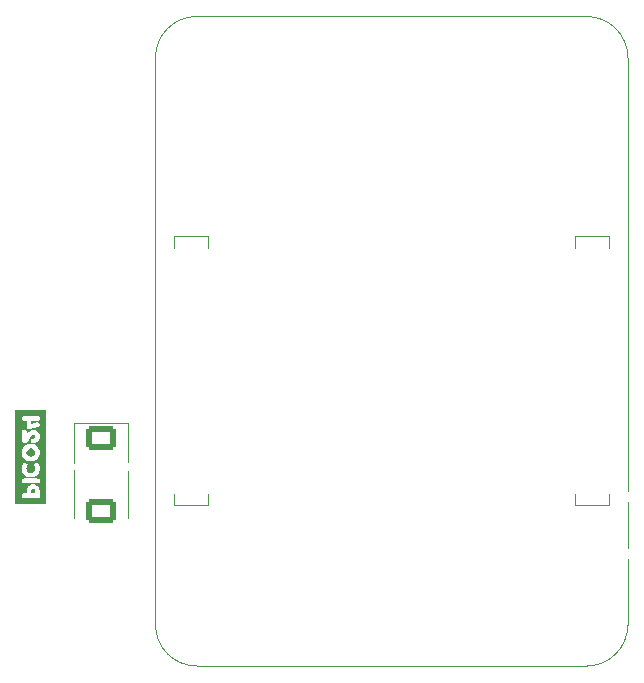
<source format=gbr>
%TF.GenerationSoftware,KiCad,Pcbnew,8.0.7*%
%TF.CreationDate,2024-12-17T16:27:47+01:00*%
%TF.ProjectId,CM5_MINIMA,434d355f-4d49-44e4-994d-412e6b696361,rev?*%
%TF.SameCoordinates,Original*%
%TF.FileFunction,Legend,Bot*%
%TF.FilePolarity,Positive*%
%FSLAX46Y46*%
G04 Gerber Fmt 4.6, Leading zero omitted, Abs format (unit mm)*
G04 Created by KiCad (PCBNEW 8.0.7) date 2024-12-17 16:27:47*
%MOMM*%
%LPD*%
G01*
G04 APERTURE LIST*
G04 Aperture macros list*
%AMRoundRect*
0 Rectangle with rounded corners*
0 $1 Rounding radius*
0 $2 $3 $4 $5 $6 $7 $8 $9 X,Y pos of 4 corners*
0 Add a 4 corners polygon primitive as box body*
4,1,4,$2,$3,$4,$5,$6,$7,$8,$9,$2,$3,0*
0 Add four circle primitives for the rounded corners*
1,1,$1+$1,$2,$3*
1,1,$1+$1,$4,$5*
1,1,$1+$1,$6,$7*
1,1,$1+$1,$8,$9*
0 Add four rect primitives between the rounded corners*
20,1,$1+$1,$2,$3,$4,$5,0*
20,1,$1+$1,$4,$5,$6,$7,0*
20,1,$1+$1,$6,$7,$8,$9,0*
20,1,$1+$1,$8,$9,$2,$3,0*%
G04 Aperture macros list end*
%ADD10C,0.120000*%
%ADD11C,0.000000*%
%ADD12C,1.400000*%
%ADD13C,0.800000*%
%ADD14C,1.000000*%
%ADD15C,2.600000*%
%ADD16C,3.800000*%
%ADD17C,0.990600*%
%ADD18O,1.800000X0.860000*%
%ADD19O,1.500000X3.300000*%
%ADD20O,1.500000X2.300000*%
%ADD21C,6.100000*%
%ADD22R,0.700000X0.200000*%
%ADD23RoundRect,0.250000X-1.025000X0.787500X-1.025000X-0.787500X1.025000X-0.787500X1.025000X0.787500X0*%
G04 APERTURE END LIST*
D10*
%TO.C,Module301*%
X12450000Y51500000D02*
X12450000Y3500000D01*
X15950000Y0D02*
X48950000Y0D01*
X48010000Y36400000D02*
X50810000Y36400000D01*
X48010000Y35400000D02*
X48010000Y36400000D01*
X48010000Y14600000D02*
X48010000Y13600000D01*
X48010000Y13600000D02*
X50810000Y13600000D01*
X48950000Y55000000D02*
X15950000Y55000000D01*
X50810000Y35400000D02*
X50810000Y36400000D01*
X50810000Y14600000D02*
X50810000Y13600000D01*
X52450000Y3500000D02*
X52450000Y51500000D01*
X12450000Y51500000D02*
G75*
G02*
X15950000Y55000000I3500000J0D01*
G01*
X15950000Y0D02*
G75*
G02*
X12450000Y3500000I0J3500000D01*
G01*
X48950000Y55000000D02*
G75*
G02*
X52450000Y51500000I1J-3499999D01*
G01*
X52450000Y3500000D02*
G75*
G02*
X48950000Y0I-3499999J-1D01*
G01*
%TO.C,C702*%
X5590000Y20610000D02*
X5590000Y12550000D01*
X10110000Y20610000D02*
X5590000Y20610000D01*
X10110000Y12550000D02*
X10110000Y20610000D01*
D11*
%TO.C,kibuzzard-67602DFF*%
G36*
X2213305Y14958584D02*
G01*
X2258369Y14845923D01*
X2258369Y14616309D01*
X1945064Y14616309D01*
X1945064Y14848069D01*
X1983691Y14954292D01*
X2101717Y15004721D01*
X2213305Y14958584D01*
G37*
G36*
X2042436Y18390987D02*
G01*
X2165021Y18313734D01*
X2247908Y18200536D01*
X2275536Y18066953D01*
X2247908Y17931760D01*
X2165021Y17818026D01*
X2042436Y17740773D01*
X1895708Y17715021D01*
X1751931Y17741041D01*
X1629614Y17819099D01*
X1545923Y17932564D01*
X1518026Y18064807D01*
X1545118Y18201341D01*
X1626395Y18314807D01*
X1747908Y18391255D01*
X1895708Y18416738D01*
X2042436Y18390987D01*
G37*
G36*
X3211159Y21176395D02*
G01*
X3211159Y14223605D01*
X3211159Y13687124D01*
X588841Y13687124D01*
X588841Y14223605D01*
X588841Y14418884D01*
X1151073Y14418884D01*
X1166094Y14307296D01*
X1215451Y14247210D01*
X1274464Y14226824D01*
X1348498Y14223605D01*
X2455794Y14223605D01*
X2527682Y14226824D01*
X2586695Y14247210D01*
X2636052Y14307296D01*
X2651073Y14421030D01*
X2651073Y14848069D01*
X2642489Y14935515D01*
X2616738Y15026180D01*
X2574893Y15116309D01*
X2518026Y15202146D01*
X2442114Y15278594D01*
X2343133Y15340558D01*
X2226985Y15381599D01*
X2099571Y15395279D01*
X1972693Y15381867D01*
X1858155Y15341631D01*
X1760783Y15280204D01*
X1685408Y15203219D01*
X1628541Y15116309D01*
X1586695Y15025107D01*
X1560944Y14933637D01*
X1552361Y14845923D01*
X1552361Y14616309D01*
X1346352Y14616309D01*
X1272318Y14613090D01*
X1214378Y14592704D01*
X1166094Y14532618D01*
X1151073Y14418884D01*
X588841Y14418884D01*
X588841Y15680687D01*
X1148927Y15680687D01*
X1163948Y15569099D01*
X1213305Y15509013D01*
X1272318Y15488627D01*
X1346352Y15485408D01*
X2455794Y15485408D01*
X2527682Y15488627D01*
X2586695Y15509013D01*
X2636052Y15569099D01*
X2651073Y15682833D01*
X2636052Y15794421D01*
X2586695Y15854506D01*
X2527682Y15874893D01*
X2453648Y15878112D01*
X1344206Y15878112D01*
X1270172Y15874893D01*
X1212232Y15854506D01*
X1163948Y15794421D01*
X1148927Y15680687D01*
X588841Y15680687D01*
X588841Y16745064D01*
X1127468Y16745064D01*
X1133906Y16654131D01*
X1153219Y16557296D01*
X1187822Y16455901D01*
X1240129Y16351288D01*
X1307725Y16250697D01*
X1388197Y16161373D01*
X1487178Y16084925D01*
X1610300Y16022961D01*
X1752468Y15981921D01*
X1908584Y15968240D01*
X2058798Y15981652D01*
X2196137Y16021888D01*
X2315504Y16083047D01*
X2411803Y16159227D01*
X2490129Y16248552D01*
X2555579Y16349142D01*
X2606277Y16454292D01*
X2640343Y16557296D01*
X2659657Y16656813D01*
X2666094Y16751502D01*
X2652742Y16879304D01*
X2612685Y17010920D01*
X2545923Y17146352D01*
X2505150Y17204292D01*
X2460086Y17243991D01*
X2395708Y17264378D01*
X2275536Y17217167D01*
X2188627Y17136695D01*
X2159657Y17062661D01*
X2209013Y16946781D01*
X2218670Y16932833D01*
X2230472Y16914592D01*
X2242275Y16894206D01*
X2253004Y16865236D01*
X2261588Y16830901D01*
X2269099Y16787983D01*
X2271245Y16736481D01*
X2249785Y16614163D01*
X2186481Y16492918D01*
X2069528Y16397425D01*
X1989056Y16370064D01*
X1897854Y16360944D01*
X1780633Y16377307D01*
X1682189Y16426395D01*
X1606813Y16495869D01*
X1558798Y16573391D01*
X1524464Y16736481D01*
X1542167Y16849678D01*
X1595279Y16957511D01*
X1638197Y17064807D01*
X1607618Y17137768D01*
X1515880Y17215021D01*
X1391416Y17262232D01*
X1313090Y17232189D01*
X1247639Y17144206D01*
X1180877Y17016881D01*
X1140820Y16883834D01*
X1127468Y16745064D01*
X588841Y16745064D01*
X588841Y18075536D01*
X1125322Y18075536D01*
X1139270Y17925590D01*
X1181116Y17786910D01*
X1250858Y17659496D01*
X1348498Y17543348D01*
X1465853Y17446647D01*
X1594742Y17377575D01*
X1735166Y17336132D01*
X1887124Y17322318D01*
X2044045Y17335730D01*
X2188627Y17375966D01*
X2320869Y17443026D01*
X2440773Y17536910D01*
X2540290Y17649973D01*
X2611373Y17774571D01*
X2654024Y17910703D01*
X2668240Y18058369D01*
X2654225Y18209120D01*
X2612178Y18348069D01*
X2542100Y18475215D01*
X2443991Y18590558D01*
X2325630Y18686320D01*
X2194796Y18754721D01*
X2051489Y18795762D01*
X1895708Y18809442D01*
X1742610Y18795963D01*
X1600912Y18755526D01*
X1470614Y18688130D01*
X1351717Y18593777D01*
X1252669Y18480512D01*
X1181921Y18356384D01*
X1139472Y18221392D01*
X1125322Y18075536D01*
X588841Y18075536D01*
X588841Y19064807D01*
X588841Y19839485D01*
X1144635Y19839485D01*
X1144635Y19064807D01*
X1203648Y18927468D01*
X1344206Y18869528D01*
X1453112Y18888841D01*
X1552361Y18946781D01*
X1628809Y19021352D01*
X1707940Y19124893D01*
X1781706Y19238090D01*
X1842060Y19341631D01*
X1902146Y19434710D01*
X1975107Y19516524D01*
X2055579Y19573659D01*
X2138197Y19592704D01*
X2195064Y19585193D01*
X2250858Y19537983D01*
X2279828Y19429614D01*
X2235300Y19304077D01*
X2101717Y19262232D01*
X2033047Y19259013D01*
X1978326Y19238627D01*
X1933262Y19178541D01*
X1919313Y19064807D01*
X1934335Y18953219D01*
X1983691Y18893133D01*
X2042704Y18872747D01*
X2116738Y18869528D01*
X2253839Y18886695D01*
X2381879Y18938197D01*
X2500858Y19024034D01*
X2596233Y19137530D01*
X2653457Y19272008D01*
X2672532Y19427468D01*
X2654173Y19575536D01*
X2599094Y19707868D01*
X2507296Y19824464D01*
X2389270Y19915069D01*
X2255508Y19969433D01*
X2106009Y19987554D01*
X1997639Y19977092D01*
X1895708Y19945708D01*
X1804506Y19897157D01*
X1728326Y19835193D01*
X1615665Y19704292D01*
X1539485Y19575536D01*
X1539485Y19843777D01*
X1535193Y19917811D01*
X1513734Y19975751D01*
X1453648Y20024034D01*
X1339914Y20039056D01*
X1229399Y20024034D01*
X1170386Y19974678D01*
X1148927Y19913519D01*
X1144635Y19839485D01*
X588841Y19839485D01*
X588841Y20976824D01*
X1151073Y20976824D01*
X1166094Y20865236D01*
X1215451Y20805150D01*
X1274464Y20784764D01*
X1348498Y20781545D01*
X1571674Y20781545D01*
X1571674Y20260086D01*
X1586695Y20148498D01*
X1636052Y20088412D01*
X1695064Y20068026D01*
X1769099Y20064807D01*
X1837768Y20071245D01*
X2505150Y20236481D01*
X2646781Y20316953D01*
X2644635Y20478970D01*
X2582403Y20603433D01*
X2487983Y20633476D01*
X1940773Y20500429D01*
X1940773Y20781545D01*
X2466524Y20781545D01*
X2537339Y20784764D01*
X2593133Y20805150D01*
X2639270Y20866309D01*
X2653219Y20981116D01*
X2638197Y21092704D01*
X2588841Y21151717D01*
X2528755Y21172103D01*
X2455794Y21176395D01*
X1346352Y21176395D01*
X1272318Y21172103D01*
X1213305Y21150644D01*
X1166094Y21090558D01*
X1151073Y20976824D01*
X588841Y20976824D01*
X588841Y21176395D01*
X588841Y21712876D01*
X3211159Y21712876D01*
X3211159Y21176395D01*
G37*
D10*
%TO.C,Module302*%
X12450000Y51500000D02*
X12450000Y3500000D01*
X14010000Y36400000D02*
X16890000Y36400000D01*
X14010000Y35400000D02*
X14010000Y36400000D01*
X14010000Y14600000D02*
X14010000Y13600000D01*
X14010000Y13600000D02*
X16890000Y13600000D01*
X15950000Y0D02*
X48950000Y0D01*
X16890000Y35400000D02*
X16890000Y36400000D01*
X16890000Y14600000D02*
X16890000Y13600000D01*
X48950000Y55000000D02*
X15950000Y55000000D01*
X52450000Y3500000D02*
X52450000Y51500000D01*
X12450000Y51500000D02*
G75*
G02*
X15950000Y55000000I3500000J0D01*
G01*
X15950000Y0D02*
G75*
G02*
X12450000Y3500000I0J3500000D01*
G01*
X48950000Y55000000D02*
G75*
G02*
X52450000Y51500000I1J-3499999D01*
G01*
X52450000Y3500000D02*
G75*
G02*
X48950000Y0I-3499999J-1D01*
G01*
%TD*%
%LPC*%
D12*
%TO.C,T401*%
X15770000Y41480000D03*
X15770000Y48480000D03*
%TD*%
D13*
%TO.C,SW602*%
X52550000Y14300000D03*
%TD*%
%TO.C,SW601*%
X52550000Y9500000D03*
%TD*%
D14*
%TO.C,TP104*%
X18750000Y33200000D03*
%TD*%
D15*
%TO.C,H101*%
X2450000Y24100000D03*
D16*
X2450000Y24100000D03*
%TD*%
D17*
%TO.C,U503*%
X26740000Y13835000D03*
X31820000Y14851000D03*
X31820000Y12819000D03*
%TD*%
D13*
%TO.C,J101*%
X11430000Y30400000D03*
X4270000Y30400000D03*
D18*
X10900000Y28370000D03*
X10900000Y32430000D03*
X4800000Y28370000D03*
X4800000Y32430000D03*
%TD*%
D14*
%TO.C,TP105*%
X41950000Y24400000D03*
%TD*%
D19*
%TO.C,J501*%
X28050000Y9500000D03*
X13550000Y9500000D03*
D20*
X13550000Y3540000D03*
X28050000Y3540000D03*
%TD*%
D13*
%TO.C,USB701*%
X11430000Y18850000D03*
X4270000Y18850000D03*
D18*
X10900000Y16820000D03*
X10900000Y20880000D03*
X4800000Y16820000D03*
X4800000Y20880000D03*
%TD*%
D14*
%TO.C,TP106*%
X49250000Y12800000D03*
%TD*%
D21*
%TO.C,Module301*%
X48950000Y3500000D03*
X48950000Y51500000D03*
D22*
X50990000Y34800000D03*
X47910000Y34800000D03*
X50990000Y34400000D03*
X47910000Y34400000D03*
X50990000Y34000000D03*
X47910000Y34000000D03*
X50990000Y33600000D03*
X47910000Y33600000D03*
X50990000Y33200000D03*
X47910000Y33200000D03*
X50990000Y32800000D03*
X47910000Y32800000D03*
X50990000Y32400000D03*
X47910000Y32400000D03*
X50990000Y32000000D03*
X47910000Y32000000D03*
X50990000Y31600000D03*
X47910000Y31600000D03*
X50990000Y31200000D03*
X47910000Y31200000D03*
X50990000Y30800000D03*
X47910000Y30800000D03*
X50990000Y30400000D03*
X47910000Y30400000D03*
X50990000Y30000000D03*
X47910000Y30000000D03*
X50990000Y29600000D03*
X47910000Y29600000D03*
X50990000Y29200000D03*
X47910000Y29200000D03*
X50990000Y28800000D03*
X47910000Y28800000D03*
X50990000Y28400000D03*
X47910000Y28400000D03*
X50990000Y28000000D03*
X47910000Y28000000D03*
X50990000Y27600000D03*
X47910000Y27600000D03*
X50990000Y27200000D03*
X47910000Y27200000D03*
X50990000Y26800000D03*
X47910000Y26800000D03*
X50990000Y26400000D03*
X47910000Y26400000D03*
X50990000Y26000000D03*
X47910000Y26000000D03*
X50990000Y25600000D03*
X47910000Y25600000D03*
X50990000Y25200000D03*
X47910000Y25200000D03*
X50990000Y24800000D03*
X47910000Y24800000D03*
X50990000Y24400000D03*
X47910000Y24400000D03*
X50990000Y24000000D03*
X47910000Y24000000D03*
X50990000Y23600000D03*
X47910000Y23600000D03*
X50990000Y23200000D03*
X47910000Y23200000D03*
X50990000Y22800000D03*
X47910000Y22800000D03*
X50990000Y22400000D03*
X47910000Y22400000D03*
X50990000Y22000000D03*
X47910000Y22000000D03*
X50990000Y21600000D03*
X47910000Y21600000D03*
X50990000Y21200000D03*
X47910000Y21200000D03*
X50990000Y20800000D03*
X47910000Y20800000D03*
X50990000Y20400000D03*
X47910000Y20400000D03*
X50990000Y20000000D03*
X47910000Y20000000D03*
X50990000Y19600000D03*
X47910000Y19600000D03*
X50990000Y19200000D03*
X47910000Y19200000D03*
X50990000Y18800000D03*
X47910000Y18800000D03*
X50990000Y18400000D03*
X47910000Y18400000D03*
X50990000Y18000000D03*
X47910000Y18000000D03*
X50990000Y17600000D03*
X47910000Y17600000D03*
X50990000Y17200000D03*
X47910000Y17200000D03*
X50990000Y16800000D03*
X47910000Y16800000D03*
X50990000Y16400000D03*
X47910000Y16400000D03*
X50990000Y16000000D03*
X47910000Y16000000D03*
X50990000Y15600000D03*
X47910000Y15600000D03*
X50990000Y15200000D03*
X47910000Y15200000D03*
%TD*%
D23*
%TO.C,C702*%
X7850000Y19312500D03*
X7850000Y13087500D03*
%TD*%
D21*
%TO.C,Module302*%
X48950000Y3500000D03*
X48950000Y51500000D03*
D22*
X16990000Y34800000D03*
X13910000Y34800000D03*
X16990000Y34400000D03*
X13910000Y34400000D03*
X16990000Y34000000D03*
X13910000Y34000000D03*
X16990000Y33600000D03*
X13910000Y33600000D03*
X16990000Y33200000D03*
X13910000Y33200000D03*
X16990000Y32800000D03*
X13910000Y32800000D03*
X16990000Y32400000D03*
X13910000Y32400000D03*
X16990000Y32000000D03*
X13910000Y32000000D03*
X16990000Y31600000D03*
X13910000Y31600000D03*
X16990000Y31200000D03*
X13910000Y31200000D03*
X16990000Y30800000D03*
X13910000Y30800000D03*
X16990000Y30400000D03*
X13910000Y30400000D03*
X16990000Y30000000D03*
X13910000Y30000000D03*
X16990000Y29600000D03*
X13910000Y29600000D03*
X16990000Y29200000D03*
X13910000Y29200000D03*
X16990000Y28800000D03*
X13910000Y28800000D03*
X16990000Y28400000D03*
X13910000Y28400000D03*
X16990000Y28000000D03*
X13910000Y28000000D03*
X16990000Y27600000D03*
X13910000Y27600000D03*
X16990000Y27200000D03*
X13910000Y27200000D03*
X16990000Y26800000D03*
X13910000Y26800000D03*
X16990000Y26400000D03*
X13910000Y26400000D03*
X16990000Y26000000D03*
X13910000Y26000000D03*
X16990000Y25600000D03*
X13910000Y25600000D03*
X16990000Y25200000D03*
X13910000Y25200000D03*
X16990000Y24800000D03*
X13910000Y24800000D03*
X16990000Y24400000D03*
X13910000Y24400000D03*
X16990000Y24000000D03*
X13910000Y24000000D03*
X16990000Y23600000D03*
X13910000Y23600000D03*
X16990000Y23200000D03*
X13910000Y23200000D03*
X16990000Y22800000D03*
X13910000Y22800000D03*
X16990000Y22400000D03*
X13910000Y22400000D03*
X16990000Y22000000D03*
X13910000Y22000000D03*
X16990000Y21600000D03*
X13910000Y21600000D03*
X16990000Y21200000D03*
X13910000Y21200000D03*
X16990000Y20800000D03*
X13910000Y20800000D03*
X16990000Y20400000D03*
X13910000Y20400000D03*
X16990000Y20000000D03*
X13910000Y20000000D03*
X16990000Y19600000D03*
X13910000Y19600000D03*
X16990000Y19200000D03*
X13910000Y19200000D03*
X16990000Y18800000D03*
X13910000Y18800000D03*
X16990000Y18400000D03*
X13910000Y18400000D03*
X16990000Y18000000D03*
X13910000Y18000000D03*
X16990000Y17600000D03*
X13910000Y17600000D03*
X16990000Y17200000D03*
X13910000Y17200000D03*
X16990000Y16800000D03*
X13910000Y16800000D03*
X16990000Y16400000D03*
X13910000Y16400000D03*
X16990000Y16000000D03*
X13910000Y16000000D03*
X16990000Y15600000D03*
X13910000Y15600000D03*
X16990000Y15200000D03*
X13910000Y15200000D03*
%TD*%
%LPD*%
M02*

</source>
